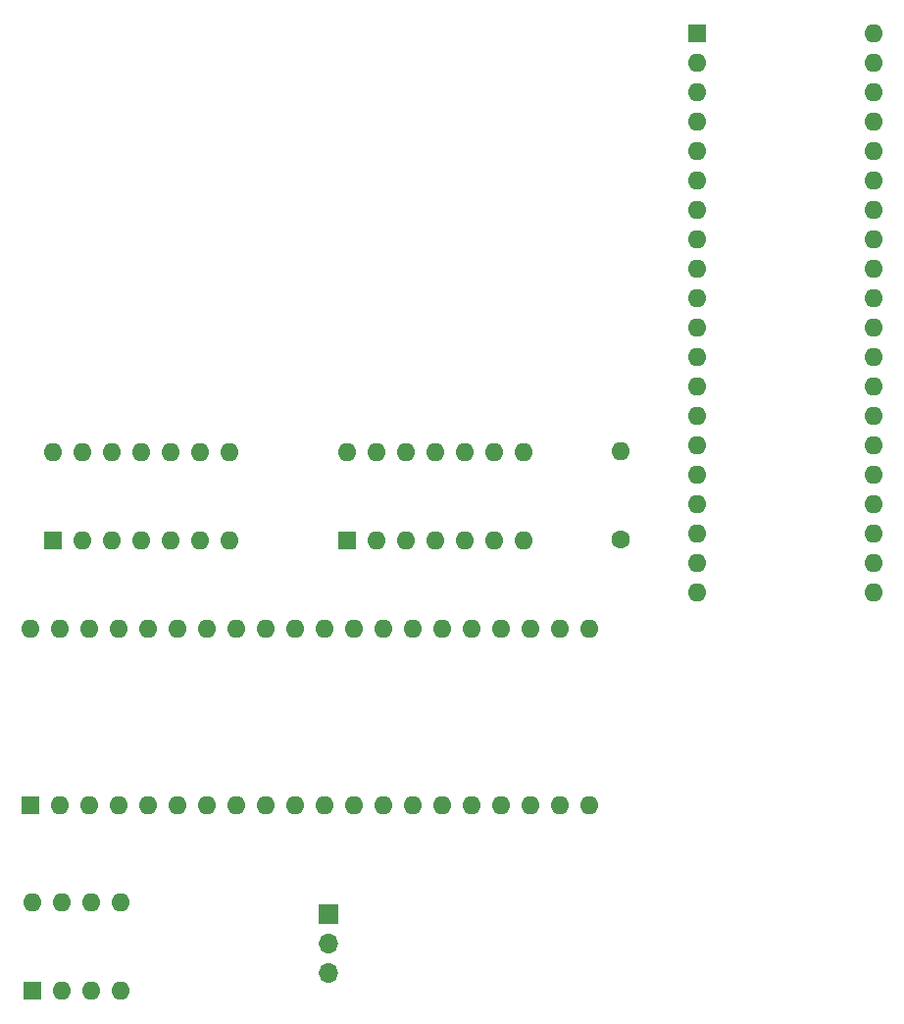
<source format=gbr>
%TF.GenerationSoftware,KiCad,Pcbnew,(5.1.7)-1*%
%TF.CreationDate,2021-07-10T09:41:01+01:00*%
%TF.ProjectId,Apricot-Floppy-Controller-daughter-board,41707269-636f-4742-9d46-6c6f7070792d,rev?*%
%TF.SameCoordinates,Original*%
%TF.FileFunction,Soldermask,Bot*%
%TF.FilePolarity,Negative*%
%FSLAX46Y46*%
G04 Gerber Fmt 4.6, Leading zero omitted, Abs format (unit mm)*
G04 Created by KiCad (PCBNEW (5.1.7)-1) date 2021-07-10 09:41:01*
%MOMM*%
%LPD*%
G01*
G04 APERTURE LIST*
%ADD10O,1.600000X1.600000*%
%ADD11C,1.600000*%
%ADD12R,1.600000X1.600000*%
%ADD13O,1.700000X1.700000*%
%ADD14R,1.700000X1.700000*%
G04 APERTURE END LIST*
D10*
%TO.C,R1*%
X128714000Y-95377000D03*
D11*
X128714000Y-102997000D03*
%TD*%
D10*
%TO.C,U4*%
X105092000Y-95440000D03*
X120332000Y-103060000D03*
X107632000Y-95440000D03*
X117792000Y-103060000D03*
X110172000Y-95440000D03*
X115252000Y-103060000D03*
X112712000Y-95440000D03*
X112712000Y-103060000D03*
X115252000Y-95440000D03*
X110172000Y-103060000D03*
X117792000Y-95440000D03*
X107632000Y-103060000D03*
X120332000Y-95440000D03*
D12*
X105092000Y-103060000D03*
%TD*%
D10*
%TO.C,U3*%
X77914500Y-134302000D03*
X85534500Y-141922000D03*
X80454500Y-134302000D03*
X82994500Y-141922000D03*
X82994500Y-134302000D03*
X80454500Y-141922000D03*
X85534500Y-134302000D03*
D12*
X77914500Y-141922000D03*
%TD*%
D10*
%TO.C,U2*%
X79692500Y-95440000D03*
X94932500Y-103060000D03*
X82232500Y-95440000D03*
X92392500Y-103060000D03*
X84772500Y-95440000D03*
X89852500Y-103060000D03*
X87312500Y-95440000D03*
X87312500Y-103060000D03*
X89852500Y-95440000D03*
X84772500Y-103060000D03*
X92392500Y-95440000D03*
X82232500Y-103060000D03*
X94932500Y-95440000D03*
D12*
X79692500Y-103060000D03*
%TD*%
D10*
%TO.C,U1*%
X77787500Y-110744000D03*
X126047500Y-125984000D03*
X80327500Y-110744000D03*
X123507500Y-125984000D03*
X82867500Y-110744000D03*
X120967500Y-125984000D03*
X85407500Y-110744000D03*
X118427500Y-125984000D03*
X87947500Y-110744000D03*
X115887500Y-125984000D03*
X90487500Y-110744000D03*
X113347500Y-125984000D03*
X93027500Y-110744000D03*
X110807500Y-125984000D03*
X95567500Y-110744000D03*
X108267500Y-125984000D03*
X98107500Y-110744000D03*
X105727500Y-125984000D03*
X100647500Y-110744000D03*
X103187500Y-125984000D03*
X103187500Y-110744000D03*
X100647500Y-125984000D03*
X105727500Y-110744000D03*
X98107500Y-125984000D03*
X108267500Y-110744000D03*
X95567500Y-125984000D03*
X110807500Y-110744000D03*
X93027500Y-125984000D03*
X113347500Y-110744000D03*
X90487500Y-125984000D03*
X115887500Y-110744000D03*
X87947500Y-125984000D03*
X118427500Y-110744000D03*
X85407500Y-125984000D03*
X120967500Y-110744000D03*
X82867500Y-125984000D03*
X123507500Y-110744000D03*
X80327500Y-125984000D03*
X126047500Y-110744000D03*
D12*
X77787500Y-125984000D03*
%TD*%
D10*
%TO.C,Socket-1*%
X150552000Y-59297000D03*
X135312000Y-107557000D03*
X150552000Y-61837000D03*
X135312000Y-105017000D03*
X150552000Y-64377000D03*
X135312000Y-102477000D03*
X150552000Y-66917000D03*
X135312000Y-99937000D03*
X150552000Y-69457000D03*
X135312000Y-97397000D03*
X150552000Y-71997000D03*
X135312000Y-94857000D03*
X150552000Y-74537000D03*
X135312000Y-92317000D03*
X150552000Y-77077000D03*
X135312000Y-89777000D03*
X150552000Y-79617000D03*
X135312000Y-87237000D03*
X150552000Y-82157000D03*
X135312000Y-84697000D03*
X150552000Y-84697000D03*
X135312000Y-82157000D03*
X150552000Y-87237000D03*
X135312000Y-79617000D03*
X150552000Y-89777000D03*
X135312000Y-77077000D03*
X150552000Y-92317000D03*
X135312000Y-74537000D03*
X150552000Y-94857000D03*
X135312000Y-71997000D03*
X150552000Y-97397000D03*
X135312000Y-69457000D03*
X150552000Y-99937000D03*
X135312000Y-66917000D03*
X150552000Y-102477000D03*
X135312000Y-64377000D03*
X150552000Y-105017000D03*
X135312000Y-61837000D03*
X150552000Y-107557000D03*
D12*
X135312000Y-59297000D03*
%TD*%
D13*
%TO.C,J2*%
X103505000Y-140398000D03*
X103505000Y-137858000D03*
D14*
X103505000Y-135318000D03*
%TD*%
M02*

</source>
